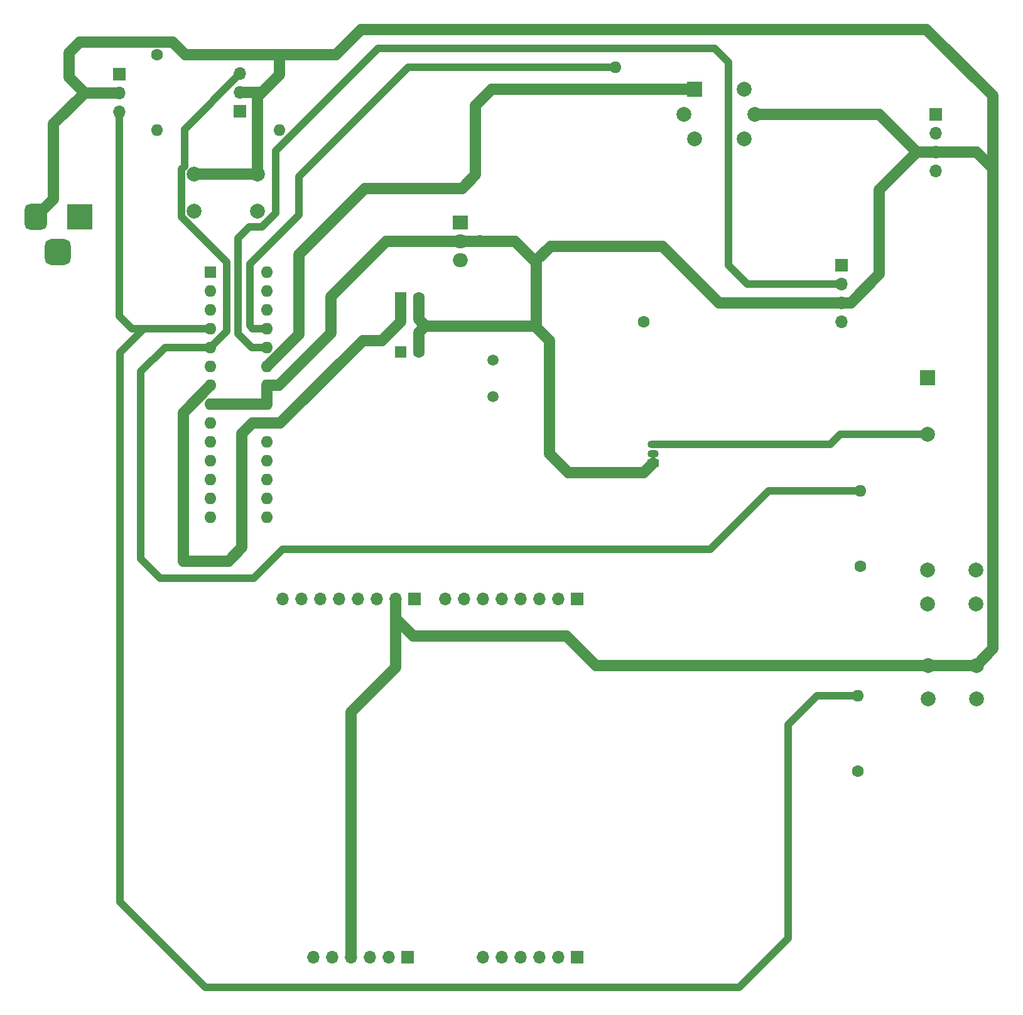
<source format=gbr>
%TF.GenerationSoftware,KiCad,Pcbnew,(6.0.7)*%
%TF.CreationDate,2022-11-30T14:42:28-03:00*%
%TF.ProjectId,E3_Gas_Leak_Safety_System,45335f47-6173-45f4-9c65-616b5f536166,rev?*%
%TF.SameCoordinates,Original*%
%TF.FileFunction,Copper,L2,Bot*%
%TF.FilePolarity,Positive*%
%FSLAX46Y46*%
G04 Gerber Fmt 4.6, Leading zero omitted, Abs format (unit mm)*
G04 Created by KiCad (PCBNEW (6.0.7)) date 2022-11-30 14:42:28*
%MOMM*%
%LPD*%
G01*
G04 APERTURE LIST*
G04 Aperture macros list*
%AMRoundRect*
0 Rectangle with rounded corners*
0 $1 Rounding radius*
0 $2 $3 $4 $5 $6 $7 $8 $9 X,Y pos of 4 corners*
0 Add a 4 corners polygon primitive as box body*
4,1,4,$2,$3,$4,$5,$6,$7,$8,$9,$2,$3,0*
0 Add four circle primitives for the rounded corners*
1,1,$1+$1,$2,$3*
1,1,$1+$1,$4,$5*
1,1,$1+$1,$6,$7*
1,1,$1+$1,$8,$9*
0 Add four rect primitives between the rounded corners*
20,1,$1+$1,$2,$3,$4,$5,0*
20,1,$1+$1,$4,$5,$6,$7,0*
20,1,$1+$1,$6,$7,$8,$9,0*
20,1,$1+$1,$8,$9,$2,$3,0*%
G04 Aperture macros list end*
%TA.AperFunction,ComponentPad*%
%ADD10R,2.000000X2.000000*%
%TD*%
%TA.AperFunction,ComponentPad*%
%ADD11C,2.000000*%
%TD*%
%TA.AperFunction,ComponentPad*%
%ADD12C,1.600000*%
%TD*%
%TA.AperFunction,ComponentPad*%
%ADD13O,1.600000X1.600000*%
%TD*%
%TA.AperFunction,ComponentPad*%
%ADD14R,3.500000X3.500000*%
%TD*%
%TA.AperFunction,ComponentPad*%
%ADD15RoundRect,0.750000X-0.750000X-1.000000X0.750000X-1.000000X0.750000X1.000000X-0.750000X1.000000X0*%
%TD*%
%TA.AperFunction,ComponentPad*%
%ADD16RoundRect,0.875000X-0.875000X-0.875000X0.875000X-0.875000X0.875000X0.875000X-0.875000X0.875000X0*%
%TD*%
%TA.AperFunction,ComponentPad*%
%ADD17R,1.700000X1.700000*%
%TD*%
%TA.AperFunction,ComponentPad*%
%ADD18O,1.700000X1.700000*%
%TD*%
%TA.AperFunction,ComponentPad*%
%ADD19R,1.600000X1.600000*%
%TD*%
%TA.AperFunction,ComponentPad*%
%ADD20R,2.000000X1.905000*%
%TD*%
%TA.AperFunction,ComponentPad*%
%ADD21O,2.000000X1.905000*%
%TD*%
%TA.AperFunction,ComponentPad*%
%ADD22R,1.500000X1.050000*%
%TD*%
%TA.AperFunction,ComponentPad*%
%ADD23O,1.500000X1.050000*%
%TD*%
%TA.AperFunction,ComponentPad*%
%ADD24C,1.500000*%
%TD*%
%TA.AperFunction,Conductor*%
%ADD25C,1.000000*%
%TD*%
%TA.AperFunction,Conductor*%
%ADD26C,1.500000*%
%TD*%
%TA.AperFunction,Conductor*%
%ADD27C,0.250000*%
%TD*%
G04 APERTURE END LIST*
D10*
%TO.P,BZ1,1,-*%
%TO.N,VCC*%
X200270000Y-78900000D03*
D11*
%TO.P,BZ1,2,+*%
%TO.N,Net-(BZ1-Pad2)*%
X200270000Y-86500000D03*
%TD*%
D10*
%TO.P,U3-MQ6,1,B1*%
%TO.N,MQ6_AI_In*%
X168810000Y-40040000D03*
D11*
%TO.P,U3-MQ6,2,VH+*%
%TO.N,VCC*%
X167420000Y-43400000D03*
%TO.P,U3-MQ6,3,B2*%
%TO.N,Net-(R3-Pad2)*%
X168810000Y-46760000D03*
%TO.P,U3-MQ6,4,A2*%
%TO.N,VCC*%
X175530000Y-46760000D03*
%TO.P,U3-MQ6,5,VH-*%
%TO.N,GND*%
X176920000Y-43400000D03*
%TO.P,U3-MQ6,6,A1*%
%TO.N,VCC*%
X175530000Y-40040000D03*
%TD*%
D12*
%TO.P,R1,1*%
%TO.N,Botao_ON{slash}OFF_DI_In*%
X162010000Y-71340000D03*
D13*
%TO.P,R1,2*%
%TO.N,GND*%
X162010000Y-61180000D03*
%TD*%
D11*
%TO.P,C2,1*%
%TO.N,GND*%
X109870000Y-51500000D03*
%TO.P,C2,2*%
%TO.N,XTAL1*%
X109870000Y-56500000D03*
%TD*%
D14*
%TO.P,J1,1*%
%TO.N,Net-(C3-Pad1)*%
X85970000Y-57242500D03*
D15*
%TO.P,J1,2*%
%TO.N,GND*%
X79970000Y-57242500D03*
D16*
%TO.P,J1,3*%
%TO.N,N/C*%
X82970000Y-61942500D03*
%TD*%
D12*
%TO.P,R5,1*%
%TO.N,VCC*%
X191170000Y-104280000D03*
D13*
%TO.P,R5,2*%
%TO.N,IR2_In*%
X191170000Y-94120000D03*
%TD*%
D12*
%TO.P,R4,1*%
%TO.N,VCC*%
X190870000Y-131880000D03*
D13*
%TO.P,R4,2*%
%TO.N,IR1_In*%
X190870000Y-121720000D03*
%TD*%
D12*
%TO.P,R2,1*%
%TO.N,unconnected-(R2-Pad1)*%
X96340000Y-35420000D03*
D13*
%TO.P,R2,2*%
%TO.N,VCC*%
X96340000Y-45580000D03*
%TD*%
D17*
%TO.P,J2-IR1,1,Pin_1*%
%TO.N,VCC*%
X91260000Y-37975000D03*
D18*
%TO.P,J2-IR1,2,Pin_2*%
%TO.N,GND*%
X91260000Y-40515000D03*
%TO.P,J2-IR1,3,Pin_3*%
%TO.N,IR1_In*%
X91260000Y-43055000D03*
%TD*%
D17*
%TO.P,J4-MQ7,1,Pin_1*%
%TO.N,unconnected-(J4-MQ7-Pad1)*%
X188680000Y-63720000D03*
D18*
%TO.P,J4-MQ7,2,Pin_2*%
%TO.N,MQ7_DI_In*%
X188680000Y-66260000D03*
%TO.P,J4-MQ7,3,Pin_3*%
%TO.N,GND*%
X188680000Y-68800000D03*
%TO.P,J4-MQ7,4,Pin_4*%
%TO.N,VCC*%
X188680000Y-71340000D03*
%TD*%
D17*
%TO.P,J8-LCD_Source1,1,Pin_1*%
%TO.N,unconnected-(J8-LCD_Source1-Pad1)*%
X130170000Y-156960000D03*
D18*
%TO.P,J8-LCD_Source1,2,Pin_2*%
%TO.N,unconnected-(J8-LCD_Source1-Pad2)*%
X127630000Y-156960000D03*
%TO.P,J8-LCD_Source1,3,Pin_3*%
%TO.N,VCC*%
X125090000Y-156960000D03*
%TO.P,J8-LCD_Source1,4,Pin_4*%
%TO.N,GND*%
X122550000Y-156960000D03*
%TO.P,J8-LCD_Source1,5,Pin_5*%
%TO.N,unconnected-(J8-LCD_Source1-Pad5)*%
X120010000Y-156960000D03*
%TO.P,J8-LCD_Source1,6,Pin_6*%
%TO.N,unconnected-(J8-LCD_Source1-Pad6)*%
X117470000Y-156960000D03*
%TD*%
D19*
%TO.P,C3,1*%
%TO.N,Net-(C3-Pad1)*%
X129170000Y-75400000D03*
D12*
%TO.P,C3,2*%
%TO.N,GND*%
X131670000Y-75400000D03*
%TD*%
D19*
%TO.P,C4,1*%
%TO.N,VCC*%
X129170000Y-68165000D03*
D12*
%TO.P,C4,2*%
%TO.N,GND*%
X131670000Y-68165000D03*
%TD*%
D13*
%TO.P,,80,PC4*%
%TO.N,MQ4_DI_In*%
X158200000Y-37050000D03*
%TD*%
D20*
%TO.P,U2,1,VI*%
%TO.N,Net-(C3-Pad1)*%
X137270000Y-58000000D03*
D21*
%TO.P,U2,2,GND*%
%TO.N,GND*%
X137270000Y-60540000D03*
%TO.P,U2,3,VO*%
%TO.N,VCC*%
X137270000Y-63080000D03*
%TD*%
D11*
%TO.P,J11-Reset1,1,Pin_1*%
%TO.N,GND*%
X206820000Y-117650000D03*
X200320000Y-117650000D03*
%TO.P,J11-Reset1,2,Pin_2*%
%TO.N,unconnected-(J11-Reset1-Pad2)*%
X200320000Y-122150000D03*
X206820000Y-122150000D03*
%TD*%
D17*
%TO.P,J7-LCD_Digital_Pins_1,1,Pin_1*%
%TO.N,BIT4_LCD_DI_Out*%
X152970000Y-108700000D03*
D18*
%TO.P,J7-LCD_Digital_Pins_1,2,Pin_2*%
%TO.N,BIT3_LCD_DI_Out*%
X150430000Y-108700000D03*
%TO.P,J7-LCD_Digital_Pins_1,3,Pin_3*%
%TO.N,BIT2_LCD_DI_Out*%
X147890000Y-108700000D03*
%TO.P,J7-LCD_Digital_Pins_1,4,Pin_4*%
%TO.N,BIT1_LCD_DI_Out*%
X145350000Y-108700000D03*
%TO.P,J7-LCD_Digital_Pins_1,5,Pin_5*%
%TO.N,unconnected-(J7-LCD_Digital_Pins_1-Pad5)*%
X142810000Y-108700000D03*
%TO.P,J7-LCD_Digital_Pins_1,6,Pin_6*%
%TO.N,unconnected-(J7-LCD_Digital_Pins_1-Pad6)*%
X140270000Y-108700000D03*
%TO.P,J7-LCD_Digital_Pins_1,7,Pin_7*%
%TO.N,unconnected-(J7-LCD_Digital_Pins_1-Pad7)*%
X137730000Y-108700000D03*
%TO.P,J7-LCD_Digital_Pins_1,8,Pin_8*%
%TO.N,unconnected-(J7-LCD_Digital_Pins_1-Pad8)*%
X135190000Y-108700000D03*
%TD*%
D22*
%TO.P,Q1,1,S*%
%TO.N,GND*%
X163280000Y-90390000D03*
D23*
%TO.P,Q1,2,G*%
%TO.N,Buzzer_DI_Out*%
X163280000Y-89120000D03*
%TO.P,Q1,3,D*%
%TO.N,Net-(BZ1-Pad2)*%
X163280000Y-87850000D03*
%TD*%
D24*
%TO.P,Y1,1,1*%
%TO.N,XTAL1*%
X141690000Y-76510000D03*
%TO.P,Y1,2,2*%
%TO.N,XTAL2*%
X141690000Y-81410000D03*
%TD*%
D17*
%TO.P,J5-MQ4,1,Pin_1*%
%TO.N,unconnected-(J5-MQ4-Pad1)*%
X201380000Y-43400000D03*
D18*
%TO.P,J5-MQ4,2,Pin_2*%
%TO.N,MQ4_DI_In*%
X201380000Y-45940000D03*
%TO.P,J5-MQ4,3,Pin_3*%
%TO.N,GND*%
X201380000Y-48480000D03*
%TO.P,J5-MQ4,4,Pin_4*%
%TO.N,VCC*%
X201380000Y-51020000D03*
%TD*%
D11*
%TO.P,J10-Botton_On/Off1,1,Pin_1*%
%TO.N,VCC*%
X206720000Y-104850000D03*
X200220000Y-104850000D03*
%TO.P,J10-Botton_On/Off1,2,Pin_2*%
%TO.N,unconnected-(J10-Botton_On/Off1-Pad2)*%
X206720000Y-109350000D03*
X200220000Y-109350000D03*
%TD*%
D19*
%TO.P,U1,1,~{RESET}/PC6*%
%TO.N,Reset_DI_In*%
X103590000Y-64665000D03*
D13*
%TO.P,U1,2,PD0*%
%TO.N,unconnected-(U1-Pad2)*%
X103590000Y-67205000D03*
%TO.P,U1,3,PD1*%
%TO.N,unconnected-(U1-Pad3)*%
X103590000Y-69745000D03*
%TO.P,U1,4,PD2*%
%TO.N,IR1_In*%
X103590000Y-72285000D03*
%TO.P,U1,5,PD3*%
%TO.N,IR2_In*%
X103590000Y-74825000D03*
%TO.P,U1,6,PD4*%
%TO.N,Botao_ON{slash}OFF_DI_In*%
X103590000Y-77365000D03*
%TO.P,U1,7,VCC*%
%TO.N,VCC*%
X103590000Y-79905000D03*
%TO.P,U1,8,GND*%
%TO.N,GND*%
X103590000Y-82445000D03*
%TO.P,U1,9,XTAL1/PB6*%
%TO.N,XTAL1*%
X103590000Y-84985000D03*
%TO.P,U1,10,XTAL2/PB7*%
%TO.N,XTAL2*%
X103590000Y-87525000D03*
%TO.P,U1,11,PD5*%
%TO.N,RS_LCD_Out*%
X103590000Y-90065000D03*
%TO.P,U1,12,PD6*%
%TO.N,Enable_LCD_Out*%
X103590000Y-92605000D03*
%TO.P,U1,13,PD7*%
%TO.N,Ctrl_BackLight_LDC_Out*%
X103590000Y-95145000D03*
%TO.P,U1,14,PB0*%
%TO.N,unconnected-(U1-Pad14)*%
X103590000Y-97685000D03*
%TO.P,U1,15,PB1*%
%TO.N,Buzzer_DI_Out*%
X111210000Y-97685000D03*
%TO.P,U1,16,PB2*%
%TO.N,BIT1_LCD_DI_Out*%
X111210000Y-95145000D03*
%TO.P,U1,17,PB3*%
%TO.N,BIT2_LCD_DI_Out*%
X111210000Y-92605000D03*
%TO.P,U1,18,PB4*%
%TO.N,BIT3_LCD_DI_Out*%
X111210000Y-90065000D03*
%TO.P,U1,19,PB5*%
%TO.N,BIT4_LCD_DI_Out*%
X111210000Y-87525000D03*
%TO.P,U1,20,AVCC*%
%TO.N,VCC*%
X111210000Y-84985000D03*
%TO.P,U1,21,AREF*%
%TO.N,GND*%
X111210000Y-82445000D03*
%TO.P,U1,22,GND*%
X111210000Y-79905000D03*
%TO.P,U1,23,PC0*%
%TO.N,MQ6_AI_In*%
X111210000Y-77365000D03*
%TO.P,U1,24,PC1*%
%TO.N,MQ7_DI_In*%
X111210000Y-74825000D03*
%TO.P,U1,25,PC2*%
%TO.N,MQ4_DI_In*%
X111210000Y-72285000D03*
%TO.P,U1,26,PC3*%
%TO.N,LCD_AI_In*%
X111210000Y-69745000D03*
%TO.P,U1,27,PC4*%
%TO.N,unconnected-(U1-Pad27)*%
X111210000Y-67205000D03*
%TO.P,U1,28,PC5*%
%TO.N,unconnected-(U1-Pad28)*%
X111210000Y-64665000D03*
%TD*%
D17*
%TO.P,J3-IR2,1,Pin_1*%
%TO.N,VCC*%
X107570000Y-43040000D03*
D18*
%TO.P,J3-IR2,2,Pin_2*%
%TO.N,GND*%
X107570000Y-40500000D03*
%TO.P,J3-IR2,3,Pin_3*%
%TO.N,IR2_In*%
X107570000Y-37960000D03*
%TD*%
D11*
%TO.P,C1,1*%
%TO.N,GND*%
X101370000Y-51500000D03*
%TO.P,C1,2*%
%TO.N,XTAL2*%
X101370000Y-56500000D03*
%TD*%
D17*
%TO.P,J6-LCD_Digital_Pins_1,1,Pin_1*%
%TO.N,unconnected-(J6-LCD_Digital_Pins_1-Pad1)*%
X131060000Y-108700000D03*
D18*
%TO.P,J6-LCD_Digital_Pins_1,2,Pin_2*%
%TO.N,GND*%
X128520000Y-108700000D03*
%TO.P,J6-LCD_Digital_Pins_1,3,Pin_3*%
%TO.N,unconnected-(J6-LCD_Digital_Pins_1-Pad3)*%
X125980000Y-108700000D03*
%TO.P,J6-LCD_Digital_Pins_1,4,Pin_4*%
%TO.N,unconnected-(J6-LCD_Digital_Pins_1-Pad4)*%
X123440000Y-108700000D03*
%TO.P,J6-LCD_Digital_Pins_1,5,Pin_5*%
%TO.N,unconnected-(J6-LCD_Digital_Pins_1-Pad5)*%
X120900000Y-108700000D03*
%TO.P,J6-LCD_Digital_Pins_1,6,Pin_6*%
%TO.N,Ctrl_BackLight_LDC_Out*%
X118360000Y-108700000D03*
%TO.P,J6-LCD_Digital_Pins_1,7,Pin_7*%
%TO.N,Enable_LCD_Out*%
X115820000Y-108700000D03*
%TO.P,J6-LCD_Digital_Pins_1,8,Pin_8*%
%TO.N,RS_LCD_Out*%
X113280000Y-108700000D03*
%TD*%
D12*
%TO.P,R3,1*%
%TO.N,GND*%
X112850000Y-35420000D03*
D13*
%TO.P,R3,2*%
%TO.N,Net-(R3-Pad2)*%
X112850000Y-45580000D03*
%TD*%
D17*
%TO.P,J9-LCD_Analog_Pins1,1,Pin_1*%
%TO.N,LCD_AI_In*%
X152970000Y-156960000D03*
D18*
%TO.P,J9-LCD_Analog_Pins1,2,Pin_2*%
%TO.N,unconnected-(J9-LCD_Analog_Pins1-Pad2)*%
X150430000Y-156960000D03*
%TO.P,J9-LCD_Analog_Pins1,3,Pin_3*%
%TO.N,unconnected-(J9-LCD_Analog_Pins1-Pad3)*%
X147890000Y-156960000D03*
%TO.P,J9-LCD_Analog_Pins1,4,Pin_4*%
%TO.N,unconnected-(J9-LCD_Analog_Pins1-Pad4)*%
X145350000Y-156960000D03*
%TO.P,J9-LCD_Analog_Pins1,5,Pin_5*%
%TO.N,unconnected-(J9-LCD_Analog_Pins1-Pad5)*%
X142810000Y-156960000D03*
%TO.P,J9-LCD_Analog_Pins1,6,Pin_6*%
%TO.N,unconnected-(J9-LCD_Analog_Pins1-Pad6)*%
X140270000Y-156960000D03*
%TD*%
D25*
%TO.N,Net-(BZ1-Pad2)*%
X188455000Y-86500000D02*
X200270000Y-86500000D01*
X163280000Y-87850000D02*
X187105000Y-87850000D01*
X187105000Y-87850000D02*
X188455000Y-86500000D01*
D26*
%TO.N,VCC*%
X124090000Y-73880000D02*
X126690000Y-73880000D01*
X126690000Y-73880000D02*
X129170000Y-71400000D01*
X105970000Y-103600000D02*
X99870000Y-103600000D01*
X99870000Y-83625000D02*
X103590000Y-79905000D01*
X112985000Y-84985000D02*
X124090000Y-73880000D01*
X107770000Y-86400000D02*
X107770000Y-101800000D01*
X107770000Y-101800000D02*
X105970000Y-103600000D01*
X99870000Y-103600000D02*
X99870000Y-83625000D01*
X111210000Y-84985000D02*
X112985000Y-84985000D01*
X109185000Y-84985000D02*
X107770000Y-86400000D01*
X129170000Y-71400000D02*
X129170000Y-68165000D01*
X111210000Y-84985000D02*
X109185000Y-84985000D01*
%TO.N,GND*%
X209070000Y-115400000D02*
X209070000Y-50700000D01*
X147470000Y-63380000D02*
X144630000Y-60540000D01*
X123910000Y-31970000D02*
X200110000Y-31970000D01*
X111210000Y-79905000D02*
X112765000Y-79905000D01*
X91275000Y-40500000D02*
X91260000Y-40515000D01*
X84470000Y-35100000D02*
X85900000Y-33670000D01*
X139910000Y-60540000D02*
X139910000Y-60460000D01*
X193760000Y-64922081D02*
X193760000Y-53560000D01*
X149300000Y-89110000D02*
X151850000Y-91660000D01*
X147340000Y-63250000D02*
X147340000Y-63230000D01*
X152570000Y-114700000D02*
X151570000Y-113700000D01*
X188680000Y-68800000D02*
X189882081Y-68800000D01*
X130870000Y-113700000D02*
X128520000Y-111350000D01*
X162010000Y-61180000D02*
X164550000Y-61180000D01*
X112850000Y-35420000D02*
X120460000Y-35420000D01*
X98440000Y-33670000D02*
X100190000Y-35420000D01*
X200110000Y-31970000D02*
X209070000Y-40930000D01*
X151850000Y-91660000D02*
X162010000Y-91660000D01*
X132540000Y-71930000D02*
X131670000Y-71060000D01*
X202650000Y-48480000D02*
X201380000Y-48480000D01*
X139910000Y-60540000D02*
X137270000Y-60540000D01*
X149410000Y-61180000D02*
X162010000Y-61180000D01*
X111210000Y-82445000D02*
X103590000Y-82445000D01*
X144630000Y-60540000D02*
X139910000Y-60540000D01*
X209070000Y-40930000D02*
X209070000Y-50700000D01*
X200320000Y-117650000D02*
X206820000Y-117650000D01*
X84470000Y-38400000D02*
X84470000Y-35100000D01*
X155520000Y-117650000D02*
X152570000Y-114700000D01*
X128520000Y-117950000D02*
X128520000Y-108700000D01*
D27*
X163505000Y-90390000D02*
X163280000Y-90390000D01*
D26*
X172170000Y-68800000D02*
X188680000Y-68800000D01*
X209070000Y-50700000D02*
X206850000Y-48480000D01*
X147340000Y-63250000D02*
X149410000Y-61180000D01*
X127230000Y-60540000D02*
X137270000Y-60540000D01*
X131670000Y-72800000D02*
X131670000Y-75400000D01*
X122550000Y-156960000D02*
X122550000Y-123920000D01*
X86585000Y-40515000D02*
X82370000Y-44730000D01*
X176920000Y-43400000D02*
X193760000Y-43400000D01*
X193760000Y-53560000D02*
X198840000Y-48480000D01*
X198840000Y-48480000D02*
X201380000Y-48480000D01*
X147470000Y-71700000D02*
X147470000Y-63380000D01*
X151570000Y-113700000D02*
X130870000Y-113700000D01*
X149300000Y-73890000D02*
X149300000Y-89110000D01*
X110470000Y-40500000D02*
X107570000Y-40500000D01*
X111210000Y-82445000D02*
X111210000Y-79905000D01*
X109870000Y-41100000D02*
X109870000Y-51500000D01*
X109870000Y-51500000D02*
X101370000Y-51500000D01*
X162010000Y-91660000D02*
X163280000Y-90390000D01*
X206850000Y-48480000D02*
X202650000Y-48480000D01*
X206820000Y-117650000D02*
X209070000Y-115400000D01*
X193760000Y-43400000D02*
X198840000Y-48480000D01*
X110470000Y-40500000D02*
X109870000Y-41100000D01*
X147340000Y-71930000D02*
X149300000Y-73890000D01*
X128520000Y-111350000D02*
X128520000Y-108700000D01*
X100190000Y-35420000D02*
X112850000Y-35420000D01*
X189882081Y-68800000D02*
X193760000Y-64922081D01*
X119770000Y-72900000D02*
X119770000Y-68000000D01*
X86585000Y-40515000D02*
X84470000Y-38400000D01*
X112850000Y-35420000D02*
X112850000Y-38120000D01*
X132540000Y-71930000D02*
X131670000Y-72800000D01*
X82370000Y-44730000D02*
X82370000Y-54842500D01*
X200320000Y-117650000D02*
X155520000Y-117650000D01*
X164550000Y-61180000D02*
X172170000Y-68800000D01*
X112765000Y-79905000D02*
X119770000Y-72900000D01*
X86585000Y-40515000D02*
X91260000Y-40515000D01*
X82370000Y-54842500D02*
X79970000Y-57242500D01*
X122550000Y-123920000D02*
X128520000Y-117950000D01*
X131670000Y-71060000D02*
X131670000Y-68165000D01*
X120460000Y-35420000D02*
X123910000Y-31970000D01*
X132540000Y-71930000D02*
X147340000Y-71930000D01*
X119770000Y-68000000D02*
X127230000Y-60540000D01*
X85900000Y-33670000D02*
X98440000Y-33670000D01*
X112850000Y-38120000D02*
X110470000Y-40500000D01*
D25*
%TO.N,IR1_In*%
X181470000Y-125600000D02*
X185350000Y-121720000D01*
X92955000Y-72285000D02*
X91260000Y-70590000D01*
X91370000Y-149500000D02*
X102870000Y-161000000D01*
X91370000Y-75500000D02*
X91370000Y-149500000D01*
X94585000Y-72285000D02*
X91370000Y-75500000D01*
X174870000Y-161000000D02*
X181470000Y-154400000D01*
X102870000Y-161000000D02*
X174870000Y-161000000D01*
X103590000Y-72285000D02*
X94585000Y-72285000D01*
X185350000Y-121720000D02*
X190870000Y-121720000D01*
X181470000Y-154400000D02*
X181470000Y-125600000D01*
X103590000Y-72285000D02*
X92955000Y-72285000D01*
X91260000Y-43055000D02*
X91260000Y-70590000D01*
%TO.N,IR2_In*%
X170970000Y-102000000D02*
X178850000Y-94120000D01*
X103590000Y-74825000D02*
X97445000Y-74825000D01*
X105770000Y-63304164D02*
X99670000Y-57204164D01*
X100045000Y-45485000D02*
X107570000Y-37960000D01*
X100045000Y-50420836D02*
X100045000Y-45485000D01*
X105770000Y-72645000D02*
X105770000Y-63304164D01*
X109370000Y-105900000D02*
X113270000Y-102000000D01*
X96770000Y-105900000D02*
X109370000Y-105900000D01*
X97445000Y-74825000D02*
X94170000Y-78100000D01*
X178850000Y-94120000D02*
X191170000Y-94120000D01*
X113270000Y-102000000D02*
X170970000Y-102000000D01*
X103590000Y-74825000D02*
X105770000Y-72645000D01*
X94170000Y-103300000D02*
X96770000Y-105900000D01*
X99670000Y-57204164D02*
X99670000Y-50795836D01*
X94170000Y-78100000D02*
X94170000Y-103300000D01*
X99670000Y-50795836D02*
X100045000Y-50420836D01*
%TO.N,MQ7_DI_In*%
X107270000Y-60100000D02*
X108770000Y-58600000D01*
X175980000Y-66260000D02*
X188680000Y-66260000D01*
X107270000Y-73000000D02*
X107270000Y-60100000D01*
X111210000Y-74825000D02*
X109095000Y-74825000D01*
X112370000Y-56700000D02*
X112370000Y-48300000D01*
X173440000Y-63720000D02*
X175980000Y-66260000D01*
X112370000Y-48300000D02*
X126160000Y-34510000D01*
X109095000Y-74825000D02*
X107270000Y-73000000D01*
X110470000Y-58600000D02*
X112370000Y-56700000D01*
X108770000Y-58600000D02*
X110470000Y-58600000D01*
X126160000Y-34510000D02*
X171535000Y-34510000D01*
X171535000Y-34510000D02*
X173440000Y-36415000D01*
X173440000Y-36415000D02*
X173440000Y-63720000D01*
%TO.N,MQ4_DI_In*%
X108870000Y-71900000D02*
X109255000Y-72285000D01*
X108870000Y-63600000D02*
X108870000Y-71900000D01*
X115470000Y-57000000D02*
X108870000Y-63600000D01*
X130260000Y-37050000D02*
X158200000Y-37050000D01*
X109255000Y-72285000D02*
X111210000Y-72285000D01*
X115470000Y-51840000D02*
X115470000Y-57000000D01*
X115470000Y-51840000D02*
X130260000Y-37050000D01*
D26*
%TO.N,Botao_ON{slash}OFF_DI_In*%
X162000000Y-71350000D02*
X162010000Y-71340000D01*
%TO.N,MQ6_AI_In*%
X137470000Y-53400000D02*
X124370000Y-53400000D01*
X139270000Y-42250000D02*
X141480000Y-40040000D01*
X139270000Y-51600000D02*
X137470000Y-53400000D01*
X115470000Y-62300000D02*
X115470000Y-73105000D01*
X141480000Y-40040000D02*
X168810000Y-40040000D01*
X139270000Y-42250000D02*
X139270000Y-51600000D01*
X115470000Y-73105000D02*
X111210000Y-77365000D01*
X124370000Y-53400000D02*
X115470000Y-62300000D01*
%TD*%
M02*

</source>
